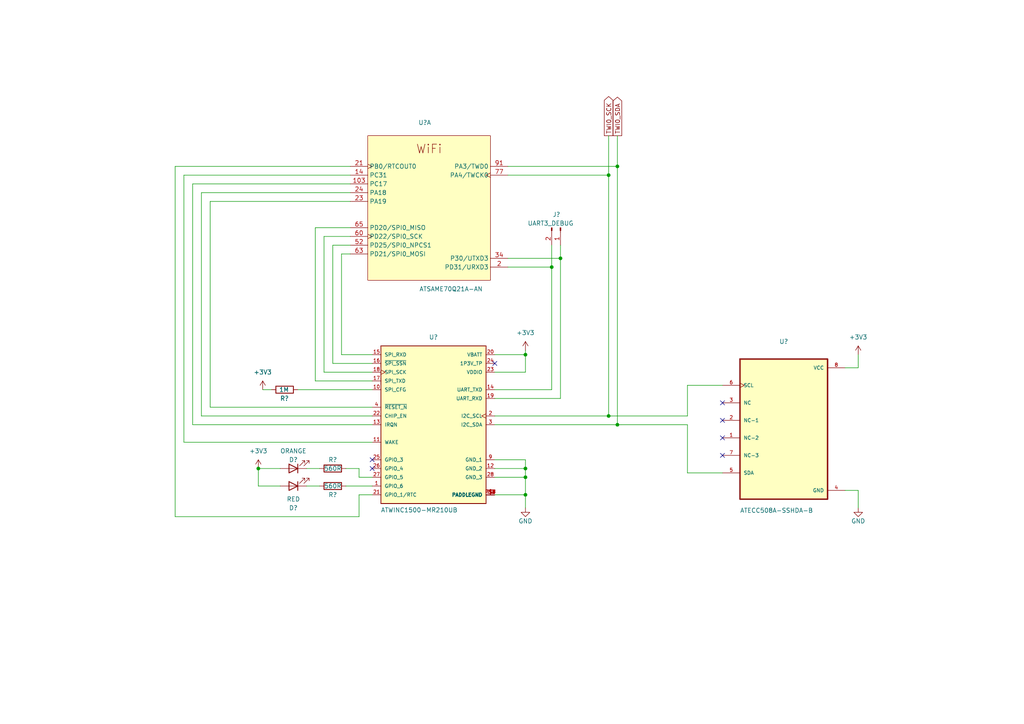
<source format=kicad_sch>
(kicad_sch (version 20211123) (generator eeschema)
  (paper "A4")
  (junction (at 162.56 74.93))
  (junction (at 179.07 123.19))
  (junction (at 176.53 120.65))
  (junction (at 152.4 138.43))
  (junction (at 74.93 135.89))
  (junction (at 179.07 48.26))
  (junction (at 176.53 50.8))
  (junction (at 152.4 135.89))
  (junction (at 152.4 143.51))
  (junction (at 160.02 77.47))
  (junction (at 152.4 102.87))
  (no_connect (at 107.95 135.89))
  (no_connect (at 107.95 133.35))
  (no_connect (at 209.55 116.84))
  (no_connect (at 209.55 132.08))
  (no_connect (at 209.55 127))
  (no_connect (at 209.55 121.92))
  (no_connect (at 143.51 105.41))
  (wire (pts (xy 248.92 106.68) (xy 245.11 106.68)))
  (wire (pts (xy 162.56 71.12) (xy 162.56 74.93)))
  (wire (pts (xy 76.2 113.03) (xy 78.74 113.03)))
  (wire (pts (xy 152.4 147.32) (xy 152.4 143.51)))
  (wire (pts (xy 176.53 50.8) (xy 176.53 120.65)))
  (wire (pts (xy 143.51 133.35) (xy 152.4 133.35)))
  (wire (pts (xy 248.92 102.87) (xy 248.92 106.68)))
  (wire (pts (xy 199.39 111.76) (xy 209.55 111.76)))
  (wire (pts (xy 199.39 120.65) (xy 199.39 111.76)))
  (wire (pts (xy 101.6 73.66) (xy 99.06 73.66)))
  (wire (pts (xy 91.44 110.49) (xy 107.95 110.49)))
  (wire (pts (xy 107.95 143.51) (xy 104.14 143.51)))
  (wire (pts (xy 147.32 74.93) (xy 162.56 74.93)))
  (wire (pts (xy 81.28 135.89) (xy 74.93 135.89)))
  (wire (pts (xy 152.4 135.89) (xy 152.4 138.43)))
  (wire (pts (xy 81.28 140.97) (xy 74.93 140.97)))
  (wire (pts (xy 50.8 48.26) (xy 101.6 48.26)))
  (wire (pts (xy 93.98 68.58) (xy 93.98 107.95)))
  (wire (pts (xy 179.07 123.19) (xy 199.39 123.19)))
  (wire (pts (xy 55.88 53.34) (xy 101.6 53.34)))
  (wire (pts (xy 107.95 138.43) (xy 104.14 138.43)))
  (wire (pts (xy 143.51 138.43) (xy 152.4 138.43)))
  (wire (pts (xy 53.34 50.8) (xy 53.34 128.27)))
  (wire (pts (xy 152.4 138.43) (xy 152.4 143.51)))
  (wire (pts (xy 143.51 113.03) (xy 160.02 113.03)))
  (wire (pts (xy 100.33 135.89) (xy 104.14 135.89)))
  (wire (pts (xy 147.32 48.26) (xy 179.07 48.26)))
  (wire (pts (xy 60.96 58.42) (xy 101.6 58.42)))
  (wire (pts (xy 101.6 68.58) (xy 93.98 68.58)))
  (wire (pts (xy 152.4 102.87) (xy 143.51 102.87)))
  (wire (pts (xy 152.4 143.51) (xy 143.51 143.51)))
  (wire (pts (xy 60.96 118.11) (xy 107.95 118.11)))
  (wire (pts (xy 248.92 147.32) (xy 248.92 142.24)))
  (wire (pts (xy 74.93 135.89) (xy 74.93 140.97)))
  (wire (pts (xy 107.95 120.65) (xy 58.42 120.65)))
  (wire (pts (xy 176.53 39.37) (xy 176.53 50.8)))
  (wire (pts (xy 143.51 123.19) (xy 179.07 123.19)))
  (wire (pts (xy 143.51 107.95) (xy 152.4 107.95)))
  (wire (pts (xy 152.4 107.95) (xy 152.4 102.87)))
  (wire (pts (xy 199.39 137.16) (xy 209.55 137.16)))
  (wire (pts (xy 91.44 66.04) (xy 91.44 110.49)))
  (wire (pts (xy 179.07 39.37) (xy 179.07 48.26)))
  (wire (pts (xy 96.52 71.12) (xy 96.52 105.41)))
  (wire (pts (xy 152.4 133.35) (xy 152.4 135.89)))
  (wire (pts (xy 248.92 142.24) (xy 245.11 142.24)))
  (wire (pts (xy 147.32 77.47) (xy 160.02 77.47)))
  (wire (pts (xy 58.42 55.88) (xy 58.42 120.65)))
  (wire (pts (xy 176.53 120.65) (xy 199.39 120.65)))
  (wire (pts (xy 88.9 135.89) (xy 92.71 135.89)))
  (wire (pts (xy 50.8 149.86) (xy 104.14 149.86)))
  (wire (pts (xy 104.14 143.51) (xy 104.14 149.86)))
  (wire (pts (xy 100.33 140.97) (xy 107.95 140.97)))
  (wire (pts (xy 162.56 74.93) (xy 162.56 115.57)))
  (wire (pts (xy 93.98 107.95) (xy 107.95 107.95)))
  (wire (pts (xy 160.02 71.12) (xy 160.02 77.47)))
  (wire (pts (xy 88.9 140.97) (xy 92.71 140.97)))
  (wire (pts (xy 60.96 58.42) (xy 60.96 118.11)))
  (wire (pts (xy 143.51 115.57) (xy 162.56 115.57)))
  (wire (pts (xy 50.8 48.26) (xy 50.8 149.86)))
  (wire (pts (xy 143.51 135.89) (xy 152.4 135.89)))
  (wire (pts (xy 99.06 102.87) (xy 107.95 102.87)))
  (wire (pts (xy 53.34 128.27) (xy 107.95 128.27)))
  (wire (pts (xy 152.4 101.6) (xy 152.4 102.87)))
  (wire (pts (xy 147.32 50.8) (xy 176.53 50.8)))
  (wire (pts (xy 55.88 123.19) (xy 107.95 123.19)))
  (wire (pts (xy 101.6 66.04) (xy 91.44 66.04)))
  (wire (pts (xy 53.34 50.8) (xy 101.6 50.8)))
  (wire (pts (xy 179.07 48.26) (xy 179.07 123.19)))
  (wire (pts (xy 199.39 123.19) (xy 199.39 137.16)))
  (wire (pts (xy 101.6 71.12) (xy 96.52 71.12)))
  (wire (pts (xy 99.06 73.66) (xy 99.06 102.87)))
  (wire (pts (xy 160.02 77.47) (xy 160.02 113.03)))
  (wire (pts (xy 58.42 55.88) (xy 101.6 55.88)))
  (wire (pts (xy 55.88 53.34) (xy 55.88 123.19)))
  (wire (pts (xy 143.51 120.65) (xy 176.53 120.65)))
  (wire (pts (xy 86.36 113.03) (xy 107.95 113.03)))
  (wire (pts (xy 96.52 105.41) (xy 107.95 105.41)))
  (wire (pts (xy 104.14 135.89) (xy 104.14 138.43)))
  (global_label "TWI0_SCK" (shape output) (at 176.53 39.37 90) (property "Intersheet References" "${INTERSHEET_REFS}" (effects hide)))
  (global_label "TWI0_SDA" (shape output) (at 179.07 39.37 90) (property "Intersheet References" "${INTERSHEET_REFS}" (effects hide)))
  (symbol (lib_id "Device:R") (at 96.52 140.97 90) (unit 1)
    (property "Reference" "R?" (at 96.52 143.51 90))
    (property "Value" "560R" (at 96.52 140.97 90))
  )
  (symbol (lib_id "power:+3V3") (at 74.93 135.89 0) (unit 1)
    (property "Reference" "#PWR?" (effects hide))
    (property "Value" "+3V3" (at 74.93 130.81 0))
  )
  (symbol (lib_id "power:GND") (at 248.92 147.32 0) (unit 1)
    (property "Reference" "#PWR?" (effects hide))
    (property "Value" "GND" (at 248.92 151.13 0))
  )
  (symbol (lib_id "power:+3V3") (at 152.4 101.6 0) (unit 1)
    (property "Reference" "#PWR?" (effects hide))
    (property "Value" "+3V3" (at 152.4 96.52 0))
  )
  (symbol (lib_id "Device:R") (at 82.55 113.03 90) (unit 1)
    (property "Reference" "R?" (at 83.82 115.57 90) (effects (justify left)))
    (property "Value" "1M" (at 83.82 113.03 90) (effects (justify left)))
  )
  (symbol (lib_id "ATECC508A-SSHDA-B:ATECC508A-SSHDA-B") (at 227.33 124.46 0) (unit 1)
    (property "Reference" "U?" (at 227.33 99.06 0))
    (property "Value" "ATECC508A-SSHDA-B" (at 214.63 148.78 0) (effects (justify left bottom)))
    (property "Footprint" "SOIC127P600X175-8N" (effects hide))
    (property "Manufacturer" "Microchip" (effects hide))
    (property "Package" "SOIC127P600X175-8N" (effects hide))
  )
  (symbol (lib_id "Connector:Conn_01x02_Male") (at 162.56 66.04 270) (unit 1)
    (property "Reference" "J?" (at 162.56 62.23 90) (effects (justify right)))
    (property "Value" "UART3_DEBUG" (at 166.37 64.77 90) (effects (justify right)))
  )
  (symbol (lib_id "MCU_Microchip_SAME:ATSAME70Q21A-AN") (at 123.19 81.28 0) (mirror y) (unit 1)
    (property "Reference" "U?" (at 123.19 35.56 0))
    (property "Value" "ATSAME70Q21A-AN" (at 130.81 83.82 0))
    (property "Footprint" "Package_QFP:LQFP-144_20x20mm_P0.5mm" (effects hide))
    (property "Datasheet" "http://ww1.microchip.com/downloads/en/DeviceDoc/SAM-E70-S70-V70-V71-Family-Data-Sheet-DS60001527D.pdf" (effects hide))
  )
  (symbol (lib_id "Device:R") (at 96.52 135.89 90) (unit 1)
    (property "Reference" "R?" (at 96.52 133.35 90))
    (property "Value" "560R" (at 96.52 135.89 90))
  )
  (symbol (lib_id "Device:LED") (at 85.09 135.89 180) (unit 1)
    (property "Reference" "D?" (at 85.09 133.35 0))
    (property "Value" "ORANGE" (at 85.09 130.81 0))
  )
  (symbol (lib_id "power:+3V3") (at 76.2 113.03 0) (unit 1)
    (property "Reference" "#PWR?" (effects hide))
    (property "Value" "+3V3" (at 76.2 107.95 0))
  )
  (symbol (lib_id "ATWINC1500-MR210UB:ATWINC1500-MR210UB") (at 125.73 123.19 0) (unit 1)
    (property "Reference" "U?" (at 125.73 97.79 0))
    (property "Value" "ATWINC1500-MR210UB" (at 110.4461 148.6632 0) (effects (justify left bottom)))
    (property "Footprint" "MICROCHIP_ATWINC1500-MR210UB" (effects hide))
    (property "MANUFACTURER" "MICROCHIP" (effects hide))
  )
  (symbol (lib_id "Device:LED") (at 85.09 140.97 180) (unit 1)
    (property "Reference" "D?" (at 85.09 147.32 0))
    (property "Value" "RED" (at 85.09 144.78 0))
  )
  (symbol (lib_id "power:GND") (at 152.4 147.32 0) (unit 1)
    (property "Reference" "#PWR?" (effects hide))
    (property "Value" "GND" (at 152.4 151.13 0))
  )
  (symbol (lib_id "power:+3V3") (at 248.92 102.87 0) (unit 1)
    (property "Reference" "#PWR?" (effects hide))
    (property "Value" "+3V3" (at 248.92 97.79 0))
  )
)
</source>
